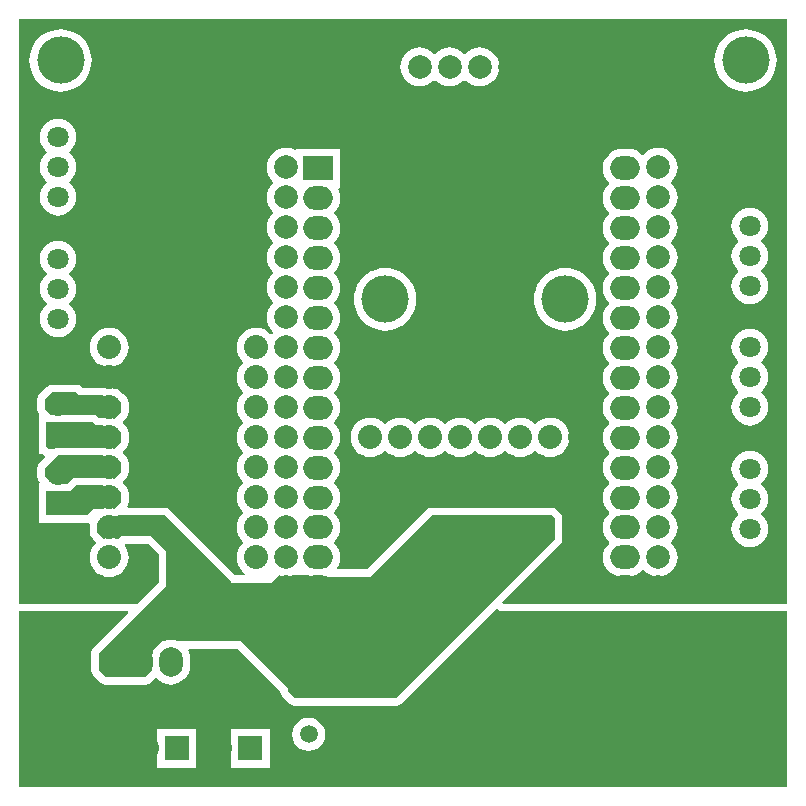
<source format=gtl>
G04*
G04 #@! TF.GenerationSoftware,Altium Limited,Altium Designer,18.1.1 (9)*
G04*
G04 Layer_Physical_Order=1*
G04 Layer_Color=255*
%FSLAX44Y44*%
%MOMM*%
G71*
G01*
G75*
%ADD29C,0.7620*%
%ADD30C,2.0320*%
%ADD31C,1.2000*%
%ADD32C,2.0000*%
%ADD33O,2.5000X2.0000*%
%ADD34R,2.5000X2.0000*%
%ADD35O,2.0000X2.5000*%
%ADD36C,1.5000*%
%ADD37C,1.8000*%
%ADD38R,1.8000X1.8000*%
%ADD39R,2.0320X2.0320*%
%ADD40R,2.0320X2.0320*%
%ADD41C,4.0000*%
G36*
X48260Y334010D02*
X50800Y331470D01*
X69576D01*
X69851Y331323D01*
X72964Y330379D01*
X76200Y330060D01*
X79436Y330379D01*
X80714Y330766D01*
X86360Y325120D01*
Y317500D01*
X80697Y311838D01*
X80501Y311798D01*
X79436Y312121D01*
X76200Y312440D01*
X72964Y312121D01*
X72343Y311933D01*
X72139Y311995D01*
X72054Y312052D01*
X71757Y312111D01*
X71731Y312119D01*
X71704Y312121D01*
X71121Y312237D01*
X70211Y312513D01*
X69891Y312482D01*
X69576Y312544D01*
X67452D01*
X66808Y313188D01*
X64708Y314592D01*
X62230Y315084D01*
X39532D01*
X39216Y315022D01*
X38897Y315053D01*
X38589Y314960D01*
X27450D01*
X27143Y315053D01*
X26824Y315022D01*
X26555Y315075D01*
X21590Y320040D01*
Y327660D01*
X27940Y334010D01*
X48260Y334010D01*
D02*
G37*
G36*
X64770Y306070D02*
X69576D01*
X69851Y305923D01*
X72964Y304979D01*
X76200Y304660D01*
X79436Y304979D01*
X80714Y305366D01*
X86360Y299720D01*
Y292100D01*
X80697Y286437D01*
X80501Y286398D01*
X79436Y286721D01*
X76200Y287040D01*
X72964Y286721D01*
X72343Y286533D01*
X72139Y286595D01*
X72054Y286652D01*
X71757Y286711D01*
X71731Y286719D01*
X71704Y286721D01*
X71121Y286837D01*
X70211Y287113D01*
X69891Y287082D01*
X69576Y287144D01*
X33020D01*
X30542Y286652D01*
X29193Y285750D01*
X25400D01*
X22860Y288290D01*
Y308610D01*
X26509D01*
X26671Y308523D01*
X29783Y307579D01*
X33020Y307260D01*
X36256Y307579D01*
X39369Y308523D01*
X39532Y308610D01*
X62230D01*
X64770Y306070D01*
D02*
G37*
G36*
X69851Y280523D02*
X72964Y279579D01*
X76200Y279260D01*
X79436Y279579D01*
X80714Y279966D01*
X86360Y274320D01*
Y266700D01*
X80697Y261038D01*
X80501Y260998D01*
X79436Y261321D01*
X76200Y261640D01*
X72964Y261321D01*
X72343Y261133D01*
X72139Y261195D01*
X72054Y261252D01*
X71757Y261311D01*
X71731Y261319D01*
X71704Y261321D01*
X71121Y261437D01*
X70211Y261713D01*
X69891Y261682D01*
X69576Y261744D01*
X48260D01*
X45782Y261252D01*
X43682Y259848D01*
X40498Y256664D01*
X39532D01*
X39216Y256602D01*
X38897Y256633D01*
X38589Y256540D01*
X27940D01*
X21590Y262890D01*
Y269240D01*
X33020Y280670D01*
X69576D01*
X69851Y280523D01*
D02*
G37*
G36*
Y255123D02*
X72964Y254179D01*
X76200Y253860D01*
X79436Y254179D01*
X80714Y254566D01*
X86360Y248920D01*
Y241300D01*
X80622Y235562D01*
X79436Y235921D01*
X76200Y236240D01*
X72964Y235921D01*
X69851Y234977D01*
X69801Y234950D01*
X62230D01*
X57150Y229870D01*
X22860D01*
Y250190D01*
X26509D01*
X26671Y250103D01*
X29783Y249159D01*
X33020Y248840D01*
X36256Y249159D01*
X39369Y250103D01*
X39532Y250190D01*
X43180D01*
X48260Y255270D01*
X69576D01*
X69851Y255123D01*
D02*
G37*
G36*
X453390Y227330D02*
Y209550D01*
X318770Y74930D01*
X233680D01*
X227330Y81280D01*
Y83820D01*
X187960Y123190D01*
X134223D01*
X131475Y124024D01*
X128270Y124339D01*
X125065Y124024D01*
X122317Y123190D01*
X120650D01*
X118517Y121057D01*
X116653Y119527D01*
X115123Y117663D01*
X113030Y115570D01*
Y113995D01*
X112156Y111115D01*
X111841Y107910D01*
Y102910D01*
X112156Y99705D01*
X112510Y98540D01*
X106680Y92710D01*
X73660D01*
X67310Y99060D01*
X67310Y113030D01*
X124460Y170180D01*
X124460Y199390D01*
X111760Y212090D01*
X86360D01*
X83820Y209550D01*
X82599D01*
X82549Y209577D01*
X79436Y210521D01*
X76200Y210840D01*
X72964Y210521D01*
X71778Y210162D01*
X66040Y215900D01*
Y223520D01*
X71255Y228734D01*
X71731Y228781D01*
X72343Y228967D01*
X72964Y228779D01*
X76200Y228460D01*
X79436Y228779D01*
X80520Y229107D01*
X80622Y229087D01*
X80937Y229150D01*
X81256Y229118D01*
X82166Y229394D01*
X83099Y229580D01*
X83366Y229758D01*
X83674Y229852D01*
X83696Y229870D01*
X123190D01*
X180340Y172720D01*
X213360D01*
X219710Y179070D01*
X219975D01*
X222855Y178197D01*
X226060Y177881D01*
X229265Y178197D01*
X232145Y179070D01*
X244298D01*
X247375Y178137D01*
X250580Y177821D01*
X255580D01*
X258785Y178137D01*
X260702Y178718D01*
X261620Y177800D01*
X297180D01*
X349250Y229870D01*
X450850D01*
X453390Y227330D01*
D02*
G37*
G36*
X650240Y154940D02*
X409595D01*
X409109Y156113D01*
X457968Y204972D01*
X459372Y207072D01*
X459864Y209550D01*
Y227330D01*
X459372Y229808D01*
X457968Y231908D01*
X455428Y234448D01*
X453328Y235852D01*
X450850Y236344D01*
X349250D01*
X346772Y235852D01*
X344672Y234448D01*
X294498Y184274D01*
X270056D01*
X269466Y185544D01*
X270758Y187963D01*
X271693Y191045D01*
X272009Y194250D01*
X271693Y197455D01*
X270758Y200537D01*
X269240Y203377D01*
X267197Y205867D01*
X266688Y206285D01*
Y207555D01*
X267197Y207973D01*
X269240Y210462D01*
X270758Y213303D01*
X271693Y216385D01*
X272009Y219590D01*
X271693Y222795D01*
X270758Y225877D01*
X269240Y228718D01*
X267197Y231207D01*
X266688Y231625D01*
Y232895D01*
X267197Y233313D01*
X269240Y235802D01*
X270758Y238643D01*
X271693Y241725D01*
X272009Y244930D01*
X271693Y248135D01*
X270758Y251217D01*
X269240Y254058D01*
X267197Y256547D01*
X266688Y256965D01*
Y258235D01*
X267197Y258653D01*
X269240Y261143D01*
X270758Y263983D01*
X271693Y267065D01*
X272009Y270270D01*
X271693Y273475D01*
X270758Y276557D01*
X269240Y279398D01*
X267197Y281887D01*
X266688Y282305D01*
Y283575D01*
X267197Y283993D01*
X269240Y286483D01*
X270758Y289323D01*
X271693Y292405D01*
X272009Y295610D01*
X271693Y298815D01*
X270758Y301897D01*
X269240Y304738D01*
X267197Y307227D01*
X266688Y307645D01*
Y308915D01*
X267197Y309333D01*
X269240Y311822D01*
X270758Y314663D01*
X271693Y317745D01*
X272009Y320950D01*
X271693Y324155D01*
X270758Y327237D01*
X269240Y330078D01*
X267197Y332567D01*
X266688Y332985D01*
Y334255D01*
X267197Y334673D01*
X269240Y337163D01*
X270758Y340003D01*
X271693Y343085D01*
X272009Y346290D01*
X271693Y349495D01*
X270758Y352577D01*
X269240Y355418D01*
X267197Y357907D01*
X266688Y358325D01*
Y359595D01*
X267197Y360013D01*
X269240Y362503D01*
X270758Y365343D01*
X271693Y368425D01*
X272009Y371630D01*
X271693Y374835D01*
X270758Y377917D01*
X269240Y380758D01*
X267197Y383247D01*
X266688Y383665D01*
Y384935D01*
X267197Y385353D01*
X269240Y387842D01*
X270758Y390683D01*
X271693Y393765D01*
X272009Y396970D01*
X271693Y400175D01*
X270758Y403257D01*
X269240Y406098D01*
X267197Y408587D01*
X266688Y409005D01*
Y410275D01*
X267197Y410693D01*
X269240Y413182D01*
X270758Y416023D01*
X271693Y419105D01*
X272009Y422310D01*
X271693Y425515D01*
X270758Y428597D01*
X269240Y431438D01*
X267197Y433927D01*
X266688Y434345D01*
Y435615D01*
X267197Y436033D01*
X269240Y438522D01*
X270758Y441363D01*
X271693Y444445D01*
X272009Y447650D01*
X271693Y450855D01*
X270758Y453937D01*
X269240Y456778D01*
X267197Y459267D01*
X266688Y459685D01*
Y460955D01*
X267197Y461373D01*
X269240Y463862D01*
X270758Y466703D01*
X271693Y469785D01*
X272009Y472990D01*
X271693Y476195D01*
X270758Y479277D01*
X269240Y482118D01*
X267197Y484607D01*
X266688Y485025D01*
Y486295D01*
X267197Y486713D01*
X269240Y489202D01*
X270758Y492043D01*
X271693Y495125D01*
X272009Y498330D01*
X271693Y501535D01*
X270758Y504617D01*
X269896Y506231D01*
X270549Y507320D01*
X271930D01*
Y540020D01*
X234230D01*
Y539917D01*
X233141Y539264D01*
X232347Y539688D01*
X229265Y540624D01*
X226060Y540939D01*
X222855Y540624D01*
X219773Y539688D01*
X216933Y538170D01*
X214443Y536127D01*
X212400Y533638D01*
X210882Y530797D01*
X209946Y527715D01*
X209631Y524510D01*
X209946Y521305D01*
X210882Y518223D01*
X212400Y515382D01*
X214443Y512893D01*
X214988Y512445D01*
Y511175D01*
X214443Y510727D01*
X212400Y508237D01*
X210882Y505397D01*
X209946Y502315D01*
X209631Y499110D01*
X209946Y495905D01*
X210882Y492823D01*
X212400Y489982D01*
X214443Y487493D01*
X214988Y487045D01*
Y485775D01*
X214443Y485327D01*
X212400Y482837D01*
X210882Y479997D01*
X209946Y476915D01*
X209631Y473710D01*
X209946Y470505D01*
X210882Y467423D01*
X212400Y464582D01*
X214443Y462093D01*
X214988Y461645D01*
Y460375D01*
X214443Y459927D01*
X212400Y457438D01*
X210882Y454597D01*
X209946Y451515D01*
X209631Y448310D01*
X209946Y445105D01*
X210882Y442023D01*
X212400Y439183D01*
X214443Y436693D01*
X214988Y436245D01*
Y434975D01*
X214443Y434527D01*
X212400Y432038D01*
X210882Y429197D01*
X209946Y426115D01*
X209631Y422910D01*
X209946Y419705D01*
X210882Y416623D01*
X212400Y413783D01*
X214443Y411293D01*
X214988Y410845D01*
Y409575D01*
X214443Y409127D01*
X212400Y406637D01*
X210882Y403797D01*
X209946Y400715D01*
X209631Y397510D01*
X209946Y394305D01*
X210882Y391223D01*
X212400Y388382D01*
X214443Y385893D01*
X214988Y385445D01*
Y384175D01*
X214443Y383727D01*
X214074Y383278D01*
X212804D01*
X212391Y383781D01*
X209877Y385844D01*
X207009Y387377D01*
X203897Y388321D01*
X200660Y388640D01*
X197423Y388321D01*
X194311Y387377D01*
X191443Y385844D01*
X188929Y383781D01*
X186866Y381267D01*
X185333Y378399D01*
X184389Y375286D01*
X184070Y372050D01*
X184389Y368814D01*
X185333Y365701D01*
X186866Y362833D01*
X188929Y360319D01*
X189336Y359985D01*
Y358715D01*
X188929Y358381D01*
X186866Y355867D01*
X185333Y352999D01*
X184389Y349887D01*
X184070Y346650D01*
X184389Y343414D01*
X185333Y340301D01*
X186866Y337433D01*
X188929Y334919D01*
X189336Y334585D01*
Y333315D01*
X188929Y332981D01*
X186866Y330467D01*
X185333Y327599D01*
X184389Y324487D01*
X184070Y321250D01*
X184389Y318013D01*
X185333Y314901D01*
X186866Y312033D01*
X188929Y309519D01*
X189336Y309185D01*
Y307915D01*
X188929Y307581D01*
X186866Y305067D01*
X185333Y302199D01*
X184389Y299086D01*
X184070Y295850D01*
X184389Y292614D01*
X185333Y289501D01*
X186866Y286633D01*
X188929Y284119D01*
X189336Y283785D01*
Y282515D01*
X188929Y282181D01*
X186866Y279667D01*
X185333Y276799D01*
X184389Y273687D01*
X184070Y270450D01*
X184389Y267213D01*
X185333Y264101D01*
X186866Y261233D01*
X188929Y258719D01*
X189336Y258385D01*
Y257115D01*
X188929Y256781D01*
X186866Y254267D01*
X185333Y251399D01*
X184389Y248286D01*
X184070Y245050D01*
X184389Y241814D01*
X185333Y238701D01*
X186866Y235833D01*
X188929Y233319D01*
X189336Y232985D01*
Y231715D01*
X188929Y231381D01*
X186866Y228867D01*
X185333Y225999D01*
X184389Y222887D01*
X184070Y219650D01*
X184389Y216413D01*
X185333Y213301D01*
X186866Y210433D01*
X188929Y207919D01*
X189336Y207585D01*
Y206315D01*
X188929Y205981D01*
X186866Y203467D01*
X185333Y200599D01*
X184389Y197486D01*
X184070Y194250D01*
X184389Y191014D01*
X185333Y187901D01*
X186866Y185033D01*
X188929Y182519D01*
X191433Y180464D01*
X191443Y180359D01*
X190890Y179194D01*
X183022D01*
X127768Y234448D01*
X125668Y235852D01*
X123190Y236344D01*
X92213D01*
X91535Y237614D01*
X92342Y238822D01*
X92834Y241300D01*
Y248920D01*
X92342Y251398D01*
X90938Y253498D01*
X89191Y255245D01*
X87931Y256781D01*
X87524Y257115D01*
Y258385D01*
X87931Y258719D01*
X89741Y260924D01*
X90938Y262122D01*
X92342Y264222D01*
X92834Y266700D01*
Y274320D01*
X92342Y276798D01*
X90938Y278898D01*
X89191Y280645D01*
X87931Y282181D01*
X87524Y282515D01*
Y283785D01*
X87931Y284119D01*
X89741Y286324D01*
X90938Y287522D01*
X92342Y289622D01*
X92834Y292100D01*
Y299720D01*
X92342Y302198D01*
X90938Y304298D01*
X89191Y306045D01*
X87931Y307581D01*
X87524Y307915D01*
Y309185D01*
X87931Y309519D01*
X89741Y311724D01*
X90938Y312922D01*
X92342Y315022D01*
X92834Y317500D01*
Y325120D01*
X92342Y327598D01*
X90938Y329698D01*
X89191Y331445D01*
X87931Y332981D01*
X86395Y334241D01*
X85292Y335344D01*
X84501Y335873D01*
X83766Y336476D01*
X83458Y336570D01*
X83191Y336748D01*
X82259Y336933D01*
X81348Y337210D01*
X81029Y337178D01*
X80714Y337241D01*
X80501Y337198D01*
X79436Y337521D01*
X76200Y337840D01*
X72964Y337521D01*
X72343Y337333D01*
X72139Y337395D01*
X72054Y337452D01*
X71757Y337511D01*
X71731Y337519D01*
X71704Y337521D01*
X71121Y337637D01*
X70211Y337913D01*
X69891Y337882D01*
X69576Y337944D01*
X53482D01*
X52838Y338588D01*
X50738Y339992D01*
X48260Y340484D01*
X27940Y340484D01*
X25462Y339992D01*
X23362Y338588D01*
X17012Y332238D01*
X15608Y330138D01*
X15116Y327660D01*
Y320040D01*
X15608Y317562D01*
X16501Y316226D01*
X16510Y314960D01*
X16510Y314960D01*
X16510Y314960D01*
Y309235D01*
X16386Y308610D01*
Y288290D01*
X16510Y287665D01*
Y281940D01*
X20054D01*
X20822Y281172D01*
X21870Y280472D01*
X22031Y278837D01*
X17012Y273818D01*
X15608Y271718D01*
X15116Y269240D01*
Y262890D01*
X15608Y260412D01*
X17012Y258312D01*
X17610Y257713D01*
X17125Y256540D01*
X16510D01*
Y250815D01*
X16386Y250190D01*
Y229870D01*
X16510Y229245D01*
Y223520D01*
X22235D01*
X22860Y223396D01*
X57150D01*
X58342Y223633D01*
X59566Y222581D01*
Y215900D01*
X60058Y213422D01*
X61462Y211322D01*
X62659Y210124D01*
X64469Y207919D01*
X64876Y207585D01*
Y206315D01*
X64469Y205981D01*
X62406Y203467D01*
X60873Y200599D01*
X59929Y197486D01*
X59610Y194250D01*
X59929Y191014D01*
X60873Y187901D01*
X62406Y185033D01*
X64469Y182519D01*
X66983Y180456D01*
X69851Y178923D01*
X72964Y177979D01*
X76200Y177660D01*
X79436Y177979D01*
X82549Y178923D01*
X85417Y180456D01*
X87931Y182519D01*
X89994Y185033D01*
X91527Y187901D01*
X92471Y191014D01*
X92790Y194250D01*
X92471Y197486D01*
X91527Y200599D01*
X89994Y203467D01*
X89273Y204346D01*
X89874Y205616D01*
X109078D01*
X117986Y196708D01*
X117986Y172862D01*
X100064Y154940D01*
X0D01*
Y650240D01*
X650240D01*
Y154940D01*
D02*
G37*
G36*
X405017Y150362D02*
X405018Y150362D01*
X407118Y148958D01*
X409595Y148466D01*
X650240D01*
Y0D01*
X0D01*
Y148466D01*
X91930D01*
X92416Y147292D01*
X62732Y117608D01*
X61328Y115507D01*
X60835Y113030D01*
X60836Y99060D01*
X61328Y96582D01*
X62732Y94482D01*
X65541Y91673D01*
X65853Y91293D01*
X66233Y90981D01*
X69082Y88132D01*
X71182Y86728D01*
X73660Y86236D01*
X106680D01*
X109158Y86728D01*
X111258Y88132D01*
X114107Y90981D01*
X114487Y91293D01*
X114748Y91611D01*
X115039Y91848D01*
X116246Y91789D01*
X116653Y91293D01*
X119143Y89250D01*
X121983Y87732D01*
X125065Y86797D01*
X128270Y86481D01*
X131475Y86797D01*
X134557Y87732D01*
X137397Y89250D01*
X139887Y91293D01*
X141930Y93783D01*
X143448Y96623D01*
X144383Y99705D01*
X144699Y102910D01*
Y107910D01*
X144383Y111115D01*
X143448Y114197D01*
X142685Y115626D01*
X143338Y116716D01*
X185278D01*
X220891Y81103D01*
X221348Y78802D01*
X222752Y76702D01*
X229102Y70352D01*
X231202Y68948D01*
X233680Y68456D01*
X318770D01*
X321248Y68948D01*
X323348Y70352D01*
X403438Y150441D01*
X405017Y150362D01*
D02*
G37*
%LPC*%
G36*
X389890Y626029D02*
X386685Y625714D01*
X383603Y624779D01*
X380762Y623260D01*
X378273Y621217D01*
X377825Y620672D01*
X376555D01*
X376107Y621217D01*
X373618Y623260D01*
X370777Y624779D01*
X367695Y625714D01*
X364490Y626029D01*
X361285Y625714D01*
X358203Y624779D01*
X355363Y623260D01*
X352873Y621217D01*
X352425Y620672D01*
X351155D01*
X350707Y621217D01*
X348218Y623260D01*
X345377Y624779D01*
X342295Y625714D01*
X339090Y626029D01*
X335885Y625714D01*
X332803Y624779D01*
X329963Y623260D01*
X327473Y621217D01*
X325430Y618727D01*
X323912Y615887D01*
X322976Y612805D01*
X322661Y609600D01*
X322976Y606395D01*
X323912Y603313D01*
X325430Y600472D01*
X327473Y597983D01*
X329963Y595940D01*
X332803Y594422D01*
X335885Y593487D01*
X339090Y593171D01*
X342295Y593487D01*
X345377Y594422D01*
X348218Y595940D01*
X350707Y597983D01*
X351155Y598529D01*
X352425D01*
X352873Y597983D01*
X355363Y595940D01*
X358203Y594422D01*
X361285Y593487D01*
X364490Y593171D01*
X367695Y593487D01*
X370777Y594422D01*
X373618Y595940D01*
X376107Y597983D01*
X376555Y598529D01*
X377825D01*
X378273Y597983D01*
X380762Y595940D01*
X383603Y594422D01*
X386685Y593487D01*
X389890Y593171D01*
X393095Y593487D01*
X396177Y594422D01*
X399017Y595940D01*
X401507Y597983D01*
X403550Y600472D01*
X405069Y603313D01*
X406003Y606395D01*
X406319Y609600D01*
X406003Y612805D01*
X405069Y615887D01*
X403550Y618727D01*
X401507Y621217D01*
X399017Y623260D01*
X396177Y624779D01*
X393095Y625714D01*
X389890Y626029D01*
D02*
G37*
G36*
X615000Y641432D02*
X610865Y641106D01*
X606832Y640138D01*
X603000Y638551D01*
X599464Y636384D01*
X596310Y633690D01*
X593616Y630536D01*
X591449Y627000D01*
X589862Y623168D01*
X588894Y619135D01*
X588568Y615000D01*
X588894Y610865D01*
X589862Y606832D01*
X591449Y603000D01*
X593616Y599464D01*
X596310Y596310D01*
X599464Y593616D01*
X603000Y591449D01*
X606832Y589862D01*
X610865Y588894D01*
X615000Y588568D01*
X619135Y588894D01*
X623168Y589862D01*
X627000Y591449D01*
X630536Y593616D01*
X633690Y596310D01*
X636384Y599464D01*
X638551Y603000D01*
X640138Y606832D01*
X641106Y610865D01*
X641432Y615000D01*
X641106Y619135D01*
X640138Y623168D01*
X638551Y627000D01*
X636384Y630536D01*
X633690Y633690D01*
X630536Y636384D01*
X627000Y638551D01*
X623168Y640138D01*
X619135Y641106D01*
X615000Y641432D01*
D02*
G37*
G36*
X35000D02*
X30865Y641106D01*
X26832Y640138D01*
X23000Y638551D01*
X19464Y636384D01*
X16310Y633690D01*
X13616Y630536D01*
X11449Y627000D01*
X9862Y623168D01*
X8894Y619135D01*
X8569Y615000D01*
X8894Y610865D01*
X9862Y606832D01*
X11449Y603000D01*
X13616Y599464D01*
X16310Y596310D01*
X19464Y593616D01*
X23000Y591449D01*
X26832Y589862D01*
X30865Y588894D01*
X35000Y588568D01*
X39135Y588894D01*
X43168Y589862D01*
X47000Y591449D01*
X50536Y593616D01*
X53690Y596310D01*
X56384Y599464D01*
X58551Y603000D01*
X60138Y606832D01*
X61106Y610865D01*
X61431Y615000D01*
X61106Y619135D01*
X60138Y623168D01*
X58551Y627000D01*
X56384Y630536D01*
X53690Y633690D01*
X50536Y636384D01*
X47000Y638551D01*
X43168Y640138D01*
X39135Y641106D01*
X35000Y641432D01*
D02*
G37*
G36*
X541020Y540939D02*
X537815Y540624D01*
X534733Y539688D01*
X531893Y538170D01*
X529403Y536127D01*
X528590Y535137D01*
X527320D01*
X527197Y535287D01*
X524707Y537330D01*
X521867Y538849D01*
X518785Y539784D01*
X515580Y540099D01*
X510580D01*
X507375Y539784D01*
X504293Y538849D01*
X501452Y537330D01*
X498963Y535287D01*
X496920Y532798D01*
X495401Y529957D01*
X494467Y526875D01*
X494151Y523670D01*
X494467Y520465D01*
X495401Y517383D01*
X496920Y514543D01*
X498963Y512053D01*
X499472Y511635D01*
Y510365D01*
X498963Y509947D01*
X496920Y507458D01*
X495401Y504617D01*
X494467Y501535D01*
X494151Y498330D01*
X494467Y495125D01*
X495401Y492043D01*
X496920Y489202D01*
X498963Y486713D01*
X499472Y486295D01*
Y485025D01*
X498963Y484607D01*
X496920Y482118D01*
X495401Y479277D01*
X494467Y476195D01*
X494151Y472990D01*
X494467Y469785D01*
X495401Y466703D01*
X496920Y463862D01*
X498963Y461373D01*
X499472Y460955D01*
Y459685D01*
X498963Y459267D01*
X496920Y456778D01*
X495401Y453937D01*
X494467Y450855D01*
X494151Y447650D01*
X494467Y444445D01*
X495401Y441363D01*
X496920Y438522D01*
X498963Y436033D01*
X499472Y435615D01*
Y434345D01*
X498963Y433927D01*
X496920Y431438D01*
X495401Y428597D01*
X494467Y425515D01*
X494151Y422310D01*
X494467Y419105D01*
X495401Y416023D01*
X496920Y413182D01*
X498963Y410693D01*
X499472Y410275D01*
Y409005D01*
X498963Y408587D01*
X496920Y406098D01*
X495401Y403257D01*
X494467Y400175D01*
X494151Y396970D01*
X494467Y393765D01*
X495401Y390683D01*
X496920Y387842D01*
X498963Y385353D01*
X499472Y384935D01*
Y383665D01*
X498963Y383247D01*
X496920Y380758D01*
X495401Y377917D01*
X494467Y374835D01*
X494151Y371630D01*
X494467Y368425D01*
X495401Y365343D01*
X496920Y362503D01*
X498963Y360013D01*
X499472Y359595D01*
Y358325D01*
X498963Y357907D01*
X496920Y355418D01*
X495401Y352577D01*
X494467Y349495D01*
X494151Y346290D01*
X494467Y343085D01*
X495401Y340003D01*
X496920Y337163D01*
X498963Y334673D01*
X499472Y334255D01*
Y332985D01*
X498963Y332567D01*
X496920Y330078D01*
X495401Y327237D01*
X494467Y324155D01*
X494151Y320950D01*
X494467Y317745D01*
X495401Y314663D01*
X496920Y311822D01*
X498963Y309333D01*
X499472Y308915D01*
Y307645D01*
X498963Y307227D01*
X496920Y304738D01*
X495401Y301897D01*
X494467Y298815D01*
X494151Y295610D01*
X494467Y292405D01*
X495401Y289323D01*
X496920Y286483D01*
X498963Y283993D01*
X499472Y283575D01*
Y282305D01*
X498963Y281887D01*
X496920Y279398D01*
X495401Y276557D01*
X494467Y273475D01*
X494151Y270270D01*
X494467Y267065D01*
X495401Y263983D01*
X496920Y261143D01*
X498963Y258653D01*
X499472Y258235D01*
Y256965D01*
X498963Y256547D01*
X496920Y254058D01*
X495401Y251217D01*
X494467Y248135D01*
X494151Y244930D01*
X494467Y241725D01*
X495401Y238643D01*
X496920Y235802D01*
X498963Y233313D01*
X499472Y232895D01*
Y231625D01*
X498963Y231207D01*
X496920Y228718D01*
X495401Y225877D01*
X494467Y222795D01*
X494151Y219590D01*
X494467Y216385D01*
X495401Y213303D01*
X496920Y210462D01*
X498963Y207973D01*
X499472Y207555D01*
Y206285D01*
X498963Y205867D01*
X496920Y203377D01*
X495401Y200537D01*
X494467Y197455D01*
X494151Y194250D01*
X494467Y191045D01*
X495401Y187963D01*
X496920Y185123D01*
X498963Y182633D01*
X501452Y180590D01*
X504293Y179072D01*
X507375Y178137D01*
X510580Y177821D01*
X515580D01*
X518785Y178137D01*
X521867Y179072D01*
X524707Y180590D01*
X527197Y182633D01*
X527690Y183233D01*
X528960D01*
X529403Y182693D01*
X531893Y180650D01*
X534733Y179132D01*
X537815Y178197D01*
X541020Y177881D01*
X544225Y178197D01*
X547307Y179132D01*
X550148Y180650D01*
X552637Y182693D01*
X554680Y185182D01*
X556199Y188023D01*
X557133Y191105D01*
X557449Y194310D01*
X557133Y197515D01*
X556199Y200597D01*
X554680Y203438D01*
X552637Y205927D01*
X552091Y206375D01*
Y207645D01*
X552637Y208093D01*
X554680Y210583D01*
X556199Y213423D01*
X557133Y216505D01*
X557449Y219710D01*
X557133Y222915D01*
X556199Y225997D01*
X554680Y228838D01*
X552637Y231327D01*
X552091Y231775D01*
Y233045D01*
X552637Y233493D01*
X554680Y235982D01*
X556199Y238823D01*
X557133Y241905D01*
X557449Y245110D01*
X557133Y248315D01*
X556199Y251397D01*
X554680Y254237D01*
X552637Y256727D01*
X552091Y257175D01*
Y258445D01*
X552637Y258893D01*
X554680Y261383D01*
X556199Y264223D01*
X557133Y267305D01*
X557449Y270510D01*
X557133Y273715D01*
X556199Y276797D01*
X554680Y279638D01*
X552637Y282127D01*
X552091Y282575D01*
Y283845D01*
X552637Y284293D01*
X554680Y286782D01*
X556199Y289623D01*
X557133Y292705D01*
X557449Y295910D01*
X557133Y299115D01*
X556199Y302197D01*
X554680Y305037D01*
X552637Y307527D01*
X552091Y307975D01*
Y309245D01*
X552637Y309693D01*
X554680Y312183D01*
X556199Y315023D01*
X557133Y318105D01*
X557449Y321310D01*
X557133Y324515D01*
X556199Y327597D01*
X554680Y330438D01*
X552637Y332927D01*
X552091Y333375D01*
Y334645D01*
X552637Y335093D01*
X554680Y337583D01*
X556199Y340423D01*
X557133Y343505D01*
X557449Y346710D01*
X557133Y349915D01*
X556199Y352997D01*
X554680Y355838D01*
X552637Y358327D01*
X552091Y358775D01*
Y360045D01*
X552637Y360493D01*
X554680Y362982D01*
X556199Y365823D01*
X557133Y368905D01*
X557449Y372110D01*
X557133Y375315D01*
X556199Y378397D01*
X554680Y381237D01*
X552637Y383727D01*
X552091Y384175D01*
Y385445D01*
X552637Y385893D01*
X554680Y388382D01*
X556199Y391223D01*
X557133Y394305D01*
X557449Y397510D01*
X557133Y400715D01*
X556199Y403797D01*
X554680Y406637D01*
X552637Y409127D01*
X552091Y409575D01*
Y410845D01*
X552637Y411293D01*
X554680Y413783D01*
X556199Y416623D01*
X557133Y419705D01*
X557449Y422910D01*
X557133Y426115D01*
X556199Y429197D01*
X554680Y432038D01*
X552637Y434527D01*
X552091Y434975D01*
Y436245D01*
X552637Y436693D01*
X554680Y439183D01*
X556199Y442023D01*
X557133Y445105D01*
X557449Y448310D01*
X557133Y451515D01*
X556199Y454597D01*
X554680Y457438D01*
X552637Y459927D01*
X552091Y460375D01*
Y461645D01*
X552637Y462093D01*
X554680Y464582D01*
X556199Y467423D01*
X557133Y470505D01*
X557449Y473710D01*
X557133Y476915D01*
X556199Y479997D01*
X554680Y482837D01*
X552637Y485327D01*
X552091Y485775D01*
Y487045D01*
X552637Y487493D01*
X554680Y489982D01*
X556199Y492823D01*
X557133Y495905D01*
X557449Y499110D01*
X557133Y502315D01*
X556199Y505397D01*
X554680Y508237D01*
X552637Y510727D01*
X552091Y511175D01*
Y512445D01*
X552637Y512893D01*
X554680Y515382D01*
X556199Y518223D01*
X557133Y521305D01*
X557449Y524510D01*
X557133Y527715D01*
X556199Y530797D01*
X554680Y533638D01*
X552637Y536127D01*
X550148Y538170D01*
X547307Y539688D01*
X544225Y540624D01*
X541020Y540939D01*
D02*
G37*
G36*
X33020Y565334D02*
X30011Y565038D01*
X27117Y564160D01*
X24451Y562735D01*
X22113Y560817D01*
X20195Y558479D01*
X18770Y555813D01*
X17892Y552919D01*
X17596Y549910D01*
X17892Y546901D01*
X18770Y544007D01*
X20195Y541341D01*
X22113Y539003D01*
X23525Y537845D01*
Y536575D01*
X22113Y535417D01*
X20195Y533079D01*
X18770Y530413D01*
X17892Y527519D01*
X17596Y524510D01*
X17892Y521501D01*
X18770Y518607D01*
X20195Y515941D01*
X22113Y513603D01*
X23525Y512445D01*
Y511175D01*
X22113Y510017D01*
X20195Y507679D01*
X18770Y505013D01*
X17892Y502119D01*
X17596Y499110D01*
X17892Y496101D01*
X18770Y493207D01*
X20195Y490541D01*
X22113Y488203D01*
X24451Y486285D01*
X27117Y484860D01*
X30011Y483982D01*
X33020Y483686D01*
X36029Y483982D01*
X38923Y484860D01*
X41589Y486285D01*
X43927Y488203D01*
X45845Y490541D01*
X47270Y493207D01*
X48148Y496101D01*
X48444Y499110D01*
X48148Y502119D01*
X47270Y505013D01*
X45845Y507679D01*
X43927Y510017D01*
X42515Y511175D01*
Y512445D01*
X43927Y513603D01*
X45845Y515941D01*
X47270Y518607D01*
X48148Y521501D01*
X48444Y524510D01*
X48148Y527519D01*
X47270Y530413D01*
X45845Y533079D01*
X43927Y535417D01*
X42515Y536575D01*
Y537845D01*
X43927Y539003D01*
X45845Y541341D01*
X47270Y544007D01*
X48148Y546901D01*
X48444Y549910D01*
X48148Y552919D01*
X47270Y555813D01*
X45845Y558479D01*
X43927Y560817D01*
X41589Y562735D01*
X38923Y564160D01*
X36029Y565038D01*
X33020Y565334D01*
D02*
G37*
G36*
X618490Y490404D02*
X615481Y490108D01*
X612587Y489230D01*
X609921Y487805D01*
X607583Y485887D01*
X605665Y483549D01*
X604240Y480883D01*
X603362Y477989D01*
X603066Y474980D01*
X603362Y471971D01*
X604240Y469077D01*
X605665Y466411D01*
X607583Y464073D01*
X608995Y462915D01*
Y461645D01*
X607583Y460487D01*
X605665Y458149D01*
X604240Y455483D01*
X603362Y452589D01*
X603066Y449580D01*
X603362Y446571D01*
X604240Y443677D01*
X605665Y441011D01*
X607583Y438673D01*
X608995Y437515D01*
Y436245D01*
X607583Y435087D01*
X605665Y432749D01*
X604240Y430083D01*
X603362Y427189D01*
X603066Y424180D01*
X603362Y421171D01*
X604240Y418277D01*
X605665Y415611D01*
X607583Y413273D01*
X609921Y411355D01*
X612587Y409930D01*
X615481Y409052D01*
X618490Y408756D01*
X621499Y409052D01*
X624393Y409930D01*
X627059Y411355D01*
X629397Y413273D01*
X631315Y415611D01*
X632740Y418277D01*
X633618Y421171D01*
X633914Y424180D01*
X633618Y427189D01*
X632740Y430083D01*
X631315Y432749D01*
X629397Y435087D01*
X627985Y436245D01*
Y437515D01*
X629397Y438673D01*
X631315Y441011D01*
X632740Y443677D01*
X633618Y446571D01*
X633914Y449580D01*
X633618Y452589D01*
X632740Y455483D01*
X631315Y458149D01*
X629397Y460487D01*
X627985Y461645D01*
Y462915D01*
X629397Y464073D01*
X631315Y466411D01*
X632740Y469077D01*
X633618Y471971D01*
X633914Y474980D01*
X633618Y477989D01*
X632740Y480883D01*
X631315Y483549D01*
X629397Y485887D01*
X627059Y487805D01*
X624393Y489230D01*
X621499Y490108D01*
X618490Y490404D01*
D02*
G37*
G36*
X462280Y439182D02*
X458145Y438856D01*
X454112Y437888D01*
X450280Y436301D01*
X446744Y434133D01*
X443590Y431440D01*
X440896Y428286D01*
X438729Y424750D01*
X437142Y420918D01*
X436174Y416885D01*
X435849Y412750D01*
X436174Y408615D01*
X437142Y404582D01*
X438729Y400750D01*
X440896Y397214D01*
X443590Y394060D01*
X446744Y391367D01*
X450280Y389199D01*
X454112Y387612D01*
X458145Y386644D01*
X462280Y386319D01*
X466415Y386644D01*
X470448Y387612D01*
X474280Y389199D01*
X477816Y391367D01*
X480970Y394060D01*
X483663Y397214D01*
X485831Y400750D01*
X487418Y404582D01*
X488386Y408615D01*
X488712Y412750D01*
X488386Y416885D01*
X487418Y420918D01*
X485831Y424750D01*
X483663Y428286D01*
X480970Y431440D01*
X477816Y434133D01*
X474280Y436301D01*
X470448Y437888D01*
X466415Y438856D01*
X462280Y439182D01*
D02*
G37*
G36*
X309880D02*
X305745Y438856D01*
X301712Y437888D01*
X297880Y436301D01*
X294344Y434133D01*
X291190Y431440D01*
X288496Y428286D01*
X286329Y424750D01*
X284742Y420918D01*
X283774Y416885D01*
X283449Y412750D01*
X283774Y408615D01*
X284742Y404582D01*
X286329Y400750D01*
X288496Y397214D01*
X291190Y394060D01*
X294344Y391367D01*
X297880Y389199D01*
X301712Y387612D01*
X305745Y386644D01*
X309880Y386319D01*
X314015Y386644D01*
X318048Y387612D01*
X321880Y389199D01*
X325416Y391367D01*
X328570Y394060D01*
X331264Y397214D01*
X333431Y400750D01*
X335018Y404582D01*
X335986Y408615D01*
X336311Y412750D01*
X335986Y416885D01*
X335018Y420918D01*
X333431Y424750D01*
X331264Y428286D01*
X328570Y431440D01*
X325416Y434133D01*
X321880Y436301D01*
X318048Y437888D01*
X314015Y438856D01*
X309880Y439182D01*
D02*
G37*
G36*
X33020Y462464D02*
X30011Y462168D01*
X27117Y461290D01*
X24451Y459865D01*
X22113Y457947D01*
X20195Y455609D01*
X18770Y452943D01*
X17892Y450049D01*
X17596Y447040D01*
X17892Y444031D01*
X18770Y441137D01*
X20195Y438471D01*
X22113Y436133D01*
X23525Y434975D01*
Y433705D01*
X22113Y432547D01*
X20195Y430209D01*
X18770Y427543D01*
X17892Y424649D01*
X17596Y421640D01*
X17892Y418631D01*
X18770Y415737D01*
X20195Y413071D01*
X22113Y410733D01*
X23525Y409575D01*
Y408305D01*
X22113Y407147D01*
X20195Y404809D01*
X18770Y402143D01*
X17892Y399249D01*
X17596Y396240D01*
X17892Y393231D01*
X18770Y390337D01*
X20195Y387671D01*
X22113Y385333D01*
X24451Y383415D01*
X27117Y381990D01*
X30011Y381112D01*
X33020Y380816D01*
X36029Y381112D01*
X38923Y381990D01*
X41589Y383415D01*
X43927Y385333D01*
X45845Y387671D01*
X47270Y390337D01*
X48148Y393231D01*
X48444Y396240D01*
X48148Y399249D01*
X47270Y402143D01*
X45845Y404809D01*
X43927Y407147D01*
X42515Y408305D01*
Y409575D01*
X43927Y410733D01*
X45845Y413071D01*
X47270Y415737D01*
X48148Y418631D01*
X48444Y421640D01*
X48148Y424649D01*
X47270Y427543D01*
X45845Y430209D01*
X43927Y432547D01*
X42515Y433705D01*
Y434975D01*
X43927Y436133D01*
X45845Y438471D01*
X47270Y441137D01*
X48148Y444031D01*
X48444Y447040D01*
X48148Y450049D01*
X47270Y452943D01*
X45845Y455609D01*
X43927Y457947D01*
X41589Y459865D01*
X38923Y461290D01*
X36029Y462168D01*
X33020Y462464D01*
D02*
G37*
G36*
X76200Y388640D02*
X72964Y388321D01*
X69851Y387377D01*
X66983Y385844D01*
X64469Y383781D01*
X62406Y381267D01*
X60873Y378399D01*
X59929Y375286D01*
X59610Y372050D01*
X59929Y368814D01*
X60873Y365701D01*
X62406Y362833D01*
X64469Y360319D01*
X66983Y358256D01*
X69851Y356723D01*
X72964Y355779D01*
X76200Y355460D01*
X79436Y355779D01*
X82549Y356723D01*
X85417Y358256D01*
X87931Y360319D01*
X89994Y362833D01*
X91527Y365701D01*
X92471Y368814D01*
X92790Y372050D01*
X92471Y375286D01*
X91527Y378399D01*
X89994Y381267D01*
X87931Y383781D01*
X85417Y385844D01*
X82549Y387377D01*
X79436Y388321D01*
X76200Y388640D01*
D02*
G37*
G36*
X449580Y312500D02*
X446343Y312181D01*
X443231Y311237D01*
X440363Y309704D01*
X437849Y307641D01*
X437515Y307234D01*
X436245D01*
X435911Y307641D01*
X433397Y309704D01*
X430529Y311237D01*
X427416Y312181D01*
X424180Y312500D01*
X420943Y312181D01*
X417831Y311237D01*
X414963Y309704D01*
X412449Y307641D01*
X412115Y307234D01*
X410845D01*
X410511Y307641D01*
X407997Y309704D01*
X405129Y311237D01*
X402016Y312181D01*
X398780Y312500D01*
X395544Y312181D01*
X392431Y311237D01*
X389563Y309704D01*
X387049Y307641D01*
X386715Y307234D01*
X385445D01*
X385111Y307641D01*
X382597Y309704D01*
X379729Y311237D01*
X376617Y312181D01*
X373380Y312500D01*
X370144Y312181D01*
X367031Y311237D01*
X364163Y309704D01*
X361649Y307641D01*
X361315Y307234D01*
X360045D01*
X359711Y307641D01*
X357197Y309704D01*
X354329Y311237D01*
X351217Y312181D01*
X347980Y312500D01*
X344743Y312181D01*
X341631Y311237D01*
X338763Y309704D01*
X336249Y307641D01*
X335915Y307234D01*
X334645D01*
X334311Y307641D01*
X331797Y309704D01*
X328929Y311237D01*
X325816Y312181D01*
X322580Y312500D01*
X319343Y312181D01*
X316231Y311237D01*
X313363Y309704D01*
X310849Y307641D01*
X310515Y307234D01*
X309245D01*
X308911Y307641D01*
X306397Y309704D01*
X303529Y311237D01*
X300417Y312181D01*
X297180Y312500D01*
X293944Y312181D01*
X290831Y311237D01*
X287963Y309704D01*
X285449Y307641D01*
X283386Y305127D01*
X281853Y302259D01*
X280909Y299146D01*
X280590Y295910D01*
X280909Y292673D01*
X281853Y289561D01*
X283386Y286693D01*
X285449Y284179D01*
X287963Y282116D01*
X290831Y280583D01*
X293944Y279639D01*
X297180Y279320D01*
X300417Y279639D01*
X303529Y280583D01*
X306397Y282116D01*
X308911Y284179D01*
X309245Y284586D01*
X310515D01*
X310849Y284179D01*
X313363Y282116D01*
X316231Y280583D01*
X319343Y279639D01*
X322580Y279320D01*
X325816Y279639D01*
X328929Y280583D01*
X331797Y282116D01*
X334311Y284179D01*
X334645Y284586D01*
X335915D01*
X336249Y284179D01*
X338763Y282116D01*
X341631Y280583D01*
X344743Y279639D01*
X347980Y279320D01*
X351217Y279639D01*
X354329Y280583D01*
X357197Y282116D01*
X359711Y284179D01*
X360045Y284586D01*
X361315D01*
X361649Y284179D01*
X364163Y282116D01*
X367031Y280583D01*
X370144Y279639D01*
X373380Y279320D01*
X376617Y279639D01*
X379729Y280583D01*
X382597Y282116D01*
X385111Y284179D01*
X385445Y284586D01*
X386715D01*
X387049Y284179D01*
X389563Y282116D01*
X392431Y280583D01*
X395544Y279639D01*
X398780Y279320D01*
X402016Y279639D01*
X405129Y280583D01*
X407997Y282116D01*
X410511Y284179D01*
X410845Y284586D01*
X412115D01*
X412449Y284179D01*
X414963Y282116D01*
X417831Y280583D01*
X420943Y279639D01*
X424180Y279320D01*
X427416Y279639D01*
X430529Y280583D01*
X433397Y282116D01*
X435911Y284179D01*
X436245Y284586D01*
X437515D01*
X437849Y284179D01*
X440363Y282116D01*
X443231Y280583D01*
X446343Y279639D01*
X449580Y279320D01*
X452817Y279639D01*
X455929Y280583D01*
X458797Y282116D01*
X461311Y284179D01*
X463374Y286693D01*
X464907Y289561D01*
X465851Y292673D01*
X466170Y295910D01*
X465851Y299146D01*
X464907Y302259D01*
X463374Y305127D01*
X461311Y307641D01*
X458797Y309704D01*
X455929Y311237D01*
X452817Y312181D01*
X449580Y312500D01*
D02*
G37*
G36*
X618490Y387534D02*
X615481Y387238D01*
X612587Y386360D01*
X609921Y384935D01*
X607583Y383017D01*
X605665Y380679D01*
X604240Y378013D01*
X603362Y375119D01*
X603066Y372110D01*
X603362Y369101D01*
X604240Y366207D01*
X605665Y363541D01*
X607583Y361203D01*
X608995Y360045D01*
Y358775D01*
X607583Y357617D01*
X605665Y355279D01*
X604240Y352613D01*
X603362Y349719D01*
X603066Y346710D01*
X603362Y343701D01*
X604240Y340807D01*
X605665Y338141D01*
X607583Y335803D01*
X608995Y334645D01*
Y333375D01*
X607583Y332217D01*
X605665Y329879D01*
X604240Y327213D01*
X603362Y324319D01*
X603066Y321310D01*
X603362Y318301D01*
X604240Y315407D01*
X605665Y312741D01*
X607583Y310403D01*
X609921Y308485D01*
X612587Y307060D01*
X615481Y306182D01*
X618490Y305886D01*
X621499Y306182D01*
X624393Y307060D01*
X627059Y308485D01*
X629397Y310403D01*
X631315Y312741D01*
X632740Y315407D01*
X633618Y318301D01*
X633914Y321310D01*
X633618Y324319D01*
X632740Y327213D01*
X631315Y329879D01*
X629397Y332217D01*
X627985Y333375D01*
Y334645D01*
X629397Y335803D01*
X631315Y338141D01*
X632740Y340807D01*
X633618Y343701D01*
X633914Y346710D01*
X633618Y349719D01*
X632740Y352613D01*
X631315Y355279D01*
X629397Y357617D01*
X627985Y358775D01*
Y360045D01*
X629397Y361203D01*
X631315Y363541D01*
X632740Y366207D01*
X633618Y369101D01*
X633914Y372110D01*
X633618Y375119D01*
X632740Y378013D01*
X631315Y380679D01*
X629397Y383017D01*
X627059Y384935D01*
X624393Y386360D01*
X621499Y387238D01*
X618490Y387534D01*
D02*
G37*
G36*
Y284664D02*
X615481Y284368D01*
X612587Y283490D01*
X609921Y282065D01*
X607583Y280147D01*
X605665Y277809D01*
X604240Y275143D01*
X603362Y272249D01*
X603066Y269240D01*
X603362Y266231D01*
X604240Y263337D01*
X605665Y260671D01*
X607583Y258333D01*
X608995Y257175D01*
Y255905D01*
X607583Y254747D01*
X605665Y252409D01*
X604240Y249743D01*
X603362Y246849D01*
X603066Y243840D01*
X603362Y240831D01*
X604240Y237937D01*
X605665Y235271D01*
X607583Y232933D01*
X608995Y231775D01*
Y230505D01*
X607583Y229347D01*
X605665Y227009D01*
X604240Y224343D01*
X603362Y221449D01*
X603066Y218440D01*
X603362Y215431D01*
X604240Y212537D01*
X605665Y209871D01*
X607583Y207533D01*
X609921Y205615D01*
X612587Y204190D01*
X615481Y203312D01*
X618490Y203016D01*
X621499Y203312D01*
X624393Y204190D01*
X627059Y205615D01*
X629397Y207533D01*
X631315Y209871D01*
X632740Y212537D01*
X633618Y215431D01*
X633914Y218440D01*
X633618Y221449D01*
X632740Y224343D01*
X631315Y227009D01*
X629397Y229347D01*
X627985Y230505D01*
Y231775D01*
X629397Y232933D01*
X631315Y235271D01*
X632740Y237937D01*
X633618Y240831D01*
X633914Y243840D01*
X633618Y246849D01*
X632740Y249743D01*
X631315Y252409D01*
X629397Y254747D01*
X627985Y255905D01*
Y257175D01*
X629397Y258333D01*
X631315Y260671D01*
X632740Y263337D01*
X633618Y266231D01*
X633914Y269240D01*
X633618Y272249D01*
X632740Y275143D01*
X631315Y277809D01*
X629397Y280147D01*
X627059Y282065D01*
X624393Y283490D01*
X621499Y284368D01*
X618490Y284664D01*
D02*
G37*
G36*
X245110Y58419D02*
X241494Y57944D01*
X238125Y56548D01*
X235232Y54328D01*
X233012Y51435D01*
X231616Y48066D01*
X231140Y44450D01*
X231616Y40834D01*
X233012Y37465D01*
X235232Y34572D01*
X238125Y32352D01*
X241494Y30956D01*
X245110Y30480D01*
X248726Y30956D01*
X252095Y32352D01*
X254988Y34572D01*
X257208Y37465D01*
X258603Y40834D01*
X259079Y44450D01*
X258603Y48066D01*
X257208Y51435D01*
X254988Y54328D01*
X252095Y56548D01*
X248726Y57944D01*
X245110Y58419D01*
D02*
G37*
G36*
X212090Y48970D02*
X179070D01*
Y15950D01*
X212090D01*
Y48970D01*
D02*
G37*
G36*
X149860D02*
X116840D01*
Y15950D01*
X149860D01*
Y48970D01*
D02*
G37*
%LPD*%
D29*
X474980Y295910D02*
Y306070D01*
X415290Y365760D02*
X474980Y306070D01*
X415290Y365760D02*
Y609600D01*
X638810Y295610D02*
Y396240D01*
Y205740D02*
Y295610D01*
X637840Y294640D02*
X638810Y295610D01*
X618490Y294640D02*
X637840D01*
X638810Y396240D02*
Y500380D01*
X637540Y397510D02*
X638810Y396240D01*
X618490Y397510D02*
X637540D01*
X638810Y500380D02*
Y509270D01*
X618490Y500380D02*
X638810D01*
X8890Y472990D02*
Y561340D01*
Y379730D02*
Y472990D01*
X9610Y473710D01*
X33020D01*
X17780Y370840D02*
X33020D01*
X8890Y379730D02*
X17780Y370840D01*
X8890Y561340D02*
X25400Y577850D01*
X45720D01*
X109220Y641350D01*
X400050D01*
X415290Y626110D01*
Y609600D02*
Y626110D01*
Y609600D02*
X538480D01*
X638810Y509270D01*
X601980Y168910D02*
X638810Y205740D01*
X541020Y168910D02*
X601980D01*
D30*
X297180Y295910D02*
D03*
X322580D02*
D03*
X347980D02*
D03*
X373380D02*
D03*
X398780D02*
D03*
X424180D02*
D03*
X449580D02*
D03*
X474980D02*
D03*
X76200Y372050D02*
D03*
Y346650D02*
D03*
Y321250D02*
D03*
Y295850D02*
D03*
Y270450D02*
D03*
Y245050D02*
D03*
Y219650D02*
D03*
Y194250D02*
D03*
X200660D02*
D03*
Y219650D02*
D03*
Y245050D02*
D03*
Y270450D02*
D03*
Y295850D02*
D03*
Y321250D02*
D03*
Y346650D02*
D03*
Y372050D02*
D03*
X33020Y265430D02*
D03*
Y323850D02*
D03*
X107950Y32460D02*
D03*
X170180D02*
D03*
D31*
X182880Y130810D02*
D03*
Y105410D02*
D03*
D32*
X226060Y524510D02*
D03*
Y499110D02*
D03*
Y473710D02*
D03*
Y448310D02*
D03*
Y422910D02*
D03*
Y397510D02*
D03*
Y372110D02*
D03*
Y346710D02*
D03*
Y321310D02*
D03*
Y295910D02*
D03*
Y270510D02*
D03*
Y245110D02*
D03*
Y219710D02*
D03*
Y194310D02*
D03*
Y168910D02*
D03*
X541020Y524510D02*
D03*
Y499110D02*
D03*
Y473710D02*
D03*
Y448310D02*
D03*
Y422910D02*
D03*
Y397510D02*
D03*
Y372110D02*
D03*
Y346710D02*
D03*
Y321310D02*
D03*
Y295910D02*
D03*
Y270510D02*
D03*
Y245110D02*
D03*
Y219710D02*
D03*
Y194310D02*
D03*
Y168910D02*
D03*
X339090Y609600D02*
D03*
X364490D02*
D03*
X389890D02*
D03*
X415290D02*
D03*
D33*
X513080Y168910D02*
D03*
Y194250D02*
D03*
Y219590D02*
D03*
Y244930D02*
D03*
Y270270D02*
D03*
Y295610D02*
D03*
Y320950D02*
D03*
Y346290D02*
D03*
Y371630D02*
D03*
Y396970D02*
D03*
Y422310D02*
D03*
Y447650D02*
D03*
Y472990D02*
D03*
Y498330D02*
D03*
Y523670D02*
D03*
X253080Y168910D02*
D03*
Y194250D02*
D03*
Y219590D02*
D03*
Y244930D02*
D03*
Y270270D02*
D03*
Y295610D02*
D03*
Y320950D02*
D03*
Y346290D02*
D03*
Y371630D02*
D03*
Y396970D02*
D03*
Y422310D02*
D03*
Y447650D02*
D03*
Y472990D02*
D03*
Y498330D02*
D03*
D34*
Y523670D02*
D03*
D35*
X128270Y105410D02*
D03*
X102870D02*
D03*
X77470D02*
D03*
D36*
X245110Y44450D02*
D03*
Y19050D02*
D03*
D37*
X618490Y424180D02*
D03*
Y474980D02*
D03*
Y449580D02*
D03*
Y321310D02*
D03*
Y372110D02*
D03*
Y346710D02*
D03*
Y218440D02*
D03*
Y269240D02*
D03*
Y243840D02*
D03*
X33020Y447040D02*
D03*
Y396240D02*
D03*
Y421640D02*
D03*
Y549910D02*
D03*
Y499110D02*
D03*
Y524510D02*
D03*
D38*
X618490Y500380D02*
D03*
Y397510D02*
D03*
Y294640D02*
D03*
X33020Y370840D02*
D03*
Y473710D02*
D03*
D39*
Y240030D02*
D03*
Y298450D02*
D03*
D40*
X133350Y32460D02*
D03*
X195580D02*
D03*
D41*
X35000Y35000D02*
D03*
Y615000D02*
D03*
X615000Y35000D02*
D03*
X462280Y412750D02*
D03*
X309880D02*
D03*
X615000Y615000D02*
D03*
M02*

</source>
